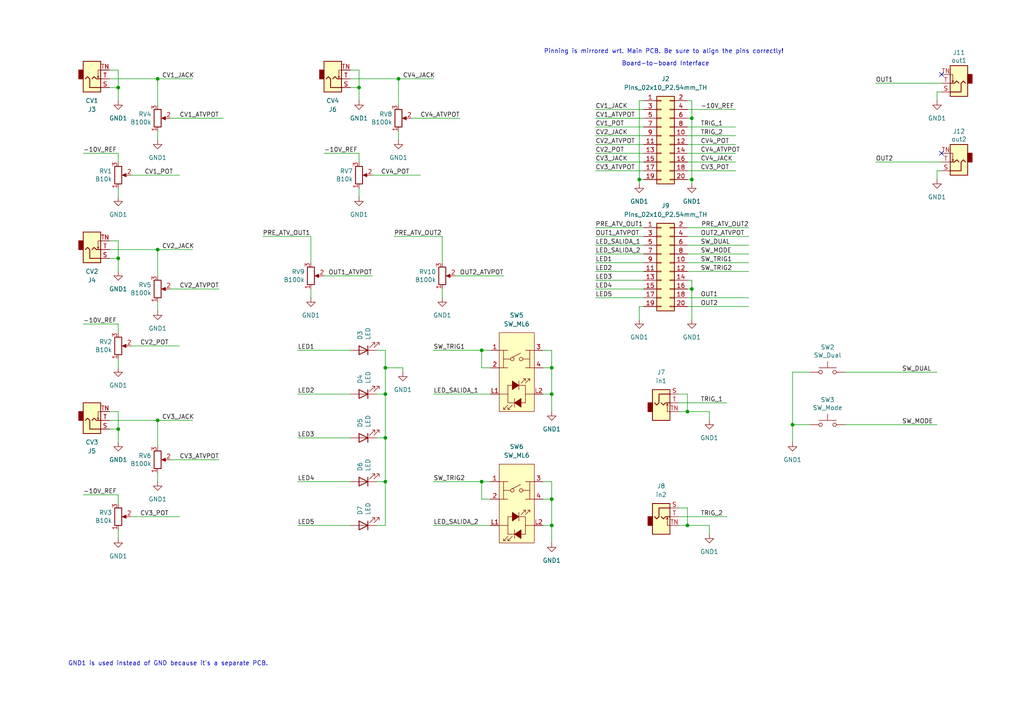
<source format=kicad_sch>
(kicad_sch (version 20231120) (generator "eeschema") (generator_version "8.0")
  (paper "A4")
  (title_block (title "Front PCB") (date "2024-09-14") (rev "v0.1") (company "Sluisbrinkie"))
  (lib_symbols
    (symbol "Connector_Audio:AudioJack2_SwitchT"
      (property "Reference" "J" (at 0 8.89 0))
      (property "Value" "AudioJack2_SwitchT" (at 0 6.35 0))
      (symbol "AudioJack2_SwitchT_0_1"
        (rectangle (start -2.54 0) (end -3.81 -2.54) (stroke (width 0.254)) (fill (type outline)))
        (polyline (pts (xy 1.778 -0.254) (xy 2.032 -0.762)))
        (polyline (pts (xy 0 0) (xy 0.635 -0.635) (xy 1.27 0) (xy 2.54 0)) (stroke (width 0.254)))
        (polyline (pts (xy 2.54 -2.54) (xy 1.778 -2.54) (xy 1.778 -0.254) (xy 1.524 -0.762)))
        (polyline (pts (xy 2.54 2.54) (xy -0.635 2.54) (xy -0.635 0) (xy -1.27 -0.635) (xy -1.905 0)) (stroke (width 0.254)))
        (rectangle (start 2.54 3.81) (end -2.54 -5.08) (stroke (width 0.254)) (fill (type background)))
      )
      (symbol "AudioJack2_SwitchT_1_1"
        (pin passive line (at 5.08 2.54 180) (length 2.54) (name "~") (number "S"))
        (pin passive line (at 5.08 0 180) (length 2.54) (name "~") (number "T"))
        (pin passive line (at 5.08 -2.54 180) (length 2.54) (name "~") (number "TN"))
      )
    )
    (symbol "Device:LED" (pin_numbers hide) (pin_names (offset 1.016) hide)
      (property "Reference" "D" (at 0 2.54 0))
      (property "Value" "LED" (at 0 -2.54 0))
      (symbol "LED_0_1"
        (polyline (pts (xy -1.27 -1.27) (xy -1.27 1.27)) (stroke (width 0.254)))
        (polyline (pts (xy -1.27 0) (xy 1.27 0)))
        (polyline (pts (xy 1.27 -1.27) (xy 1.27 1.27) (xy -1.27 0) (xy 1.27 -1.27)) (stroke (width 0.254)))
        (polyline (pts (xy -3.048 -0.762) (xy -4.572 -2.286) (xy -3.81 -2.286) (xy -4.572 -2.286) (xy -4.572 -1.524)))
        (polyline (pts (xy -1.778 -0.762) (xy -3.302 -2.286) (xy -2.54 -2.286) (xy -3.302 -2.286) (xy -3.302 -1.524)))
      )
      (symbol "LED_1_1"
        (pin passive line (at -3.81 0 0) (length 2.54) (name "K") (number "1"))
        (pin passive line (at 3.81 0 180) (length 2.54) (name "A") (number "2"))
      )
    )
    (symbol "Device:R_Potentiometer" (pin_names (offset 1.016) hide)
      (property "Reference" "RV" (at -4.445 0 90))
      (property "Value" "R_Potentiometer" (at -2.54 0 90))
      (symbol "R_Potentiometer_0_1"
        (polyline (pts (xy 2.54 0) (xy 1.524 0)))
        (polyline (pts (xy 1.143 0) (xy 2.286 0.508) (xy 2.286 -0.508) (xy 1.143 0)) (fill (type outline)))
        (rectangle (start 1.016 2.54) (end -1.016 -2.54) (stroke (width 0.254)))
      )
      (symbol "R_Potentiometer_1_1"
        (pin passive line (at 0 3.81 270) (length 1.27) (name "1") (number "1"))
        (pin passive line (at 3.81 0 180) (length 1.27) (name "2") (number "2"))
        (pin passive line (at 0 -3.81 90) (length 1.27) (name "3") (number "3"))
      )
    )
    (symbol "Library:SW_ML6" (pin_names (offset 1.016) hide)
      (property "Reference" "SW" (at 0 16.256 0))
      (property "Value" "SW_ML6" (at 0 -8.89 0))
      (symbol "SW_ML6_0_0"
        (polyline (pts (xy -5.08 -2.54) (xy -2.54 -2.54)))
        (polyline (pts (xy -5.08 5.08) (xy -2.54 5.08)))
        (polyline (pts (xy -5.08 10.16) (xy -2.54 10.16)))
        (polyline (pts (xy -3.81 -6.985) (xy -2.54 -5.715)))
        (polyline (pts (xy -2.54 -6.985) (xy -1.27 -5.715)))
        (polyline (pts (xy -2.54 -5.08) (xy 2.54 -5.08)))
        (polyline (pts (xy -2.54 0) (xy -2.54 -5.08)))
        (polyline (pts (xy -0.635 -3.81) (xy -0.635 -6.35)))
        (polyline (pts (xy 0.635 1.27) (xy 0.635 -1.27)))
        (polyline (pts (xy 2.54 0) (xy -2.54 0)))
        (polyline (pts (xy 2.54 0) (xy 2.54 -5.08)))
        (polyline (pts (xy 2.54 1.905) (xy 1.27 0.635)))
        (polyline (pts (xy 2.54 5.08) (xy 5.08 5.08)))
        (polyline (pts (xy 2.54 10.16) (xy 5.08 10.16)))
        (polyline (pts (xy 3.81 1.905) (xy 2.54 0.635)))
        (polyline (pts (xy 5.08 -2.54) (xy 2.54 -2.54)))
        (polyline (pts (xy -3.81 -6.35) (xy -3.81 -6.985) (xy -3.175 -6.985)))
        (polyline (pts (xy -2.54 -6.35) (xy -2.54 -6.985) (xy -1.905 -6.985)))
        (polyline (pts (xy 2.54 1.27) (xy 2.54 1.905) (xy 1.905 1.905)))
        (polyline (pts (xy 3.81 1.27) (xy 3.81 1.905) (xy 3.175 1.905)))
        (polyline (pts (xy -0.635 -5.08) (xy 1.27 -3.81) (xy 1.27 -6.35) (xy -0.635 -5.08)) (fill (type outline)))
        (polyline (pts (xy 0.635 0) (xy -1.27 1.27) (xy -1.27 -1.27) (xy 0.635 0)) (fill (type outline)))
      )
      (symbol "SW_ML6_0_1"
        (circle (center -1.27 7.62) (radius 0.508))
        (polyline (pts (xy -3.81 5.08) (xy -3.81 10.16)))
        (polyline (pts (xy 3.81 10.16) (xy 3.81 5.08)))
        (polyline (pts (xy -3.81 7.62) (xy -1.7848 7.6186) (xy -2.54 7.62)))
        (circle (center 1.27 7.62) (radius 0.508))
        (pin passive line (at -7.62 10.16 0) (length 2.54) (name "1") (number "1"))
        (pin passive line (at 7.62 5.08 180) (length 2.54) (name "A") (number "4"))
      )
      (symbol "SW_ML6_1_1"
        (rectangle (start -5.08 15.24) (end 5.08 -7.62) (fill (type background)))
        (polyline (pts (xy -1.2812 8.136) (xy 1.1414 9.3278)))
        (polyline (pts (xy 1.7834 7.6307) (xy 3.8086 7.6293) (xy 3.0534 7.6307)))
        (pin passive line (at -7.62 5.08 0) (length 2.54) (name "2") (number "2"))
        (pin passive line (at 7.62 10.16 180) (length 2.54) (name "3") (number "3"))
        (pin passive line (at -7.62 -2.54 0) (length 2.54) (name "L1") (number "L1"))
        (pin passive line (at 7.62 -2.54 180) (length 2.54) (name "L2") (number "L2"))
      )
    )
    (symbol "PCM_4ms_Connector:Pins_02x10_P1.27mm_TH" (pin_names (offset 1.016) hide)
      (property "Reference" "J" (at 0 13.97 0))
      (property "Value" "Pins_02x10_P1.27mm_TH" (at 0 -15.24 0))
      (symbol "Pins_02x10_P1.27mm_TH_1_1"
        (rectangle (start -2.54 -11.303) (end -1.27 -11.557))
        (rectangle (start -2.54 -8.763) (end -1.27 -9.017))
        (rectangle (start -2.54 -6.223) (end -1.27 -6.477))
        (rectangle (start -2.54 -3.683) (end -1.27 -3.937))
        (rectangle (start -2.54 -1.143) (end -1.27 -1.397))
        (rectangle (start -2.54 1.397) (end -1.27 1.143))
        (rectangle (start -2.54 3.937) (end -1.27 3.683))
        (rectangle (start -2.54 6.477) (end -1.27 6.223))
        (rectangle (start -2.54 9.017) (end -1.27 8.763))
        (rectangle (start -2.54 11.557) (end -1.27 11.303))
        (rectangle (start -2.54 12.7) (end 2.54 -12.7) (stroke (width 0.254)) (fill (type background)))
        (rectangle (start 1.27 -11.303) (end 2.54 -11.557))
        (rectangle (start 1.27 -8.763) (end 2.54 -9.017))
        (rectangle (start 1.27 -6.223) (end 2.54 -6.477))
        (rectangle (start 1.27 -3.683) (end 2.54 -3.937))
        (rectangle (start 1.27 -1.143) (end 2.54 -1.397))
        (rectangle (start 1.27 1.397) (end 2.54 1.143))
        (rectangle (start 1.27 3.937) (end 2.54 3.683))
        (rectangle (start 1.27 6.477) (end 2.54 6.223))
        (rectangle (start 1.27 9.017) (end 2.54 8.763))
        (rectangle (start 1.27 11.557) (end 2.54 11.303))
        (pin passive line (at -6.35 11.43 0) (length 3.81) (name "1") (number "1"))
        (pin passive line (at 6.35 1.27 180) (length 3.81) (name "10") (number "10"))
        (pin passive line (at -6.35 -1.27 0) (length 3.81) (name "11") (number "11"))
        (pin passive line (at 6.35 -1.27 180) (length 3.81) (name "12") (number "12"))
        (pin passive line (at -6.35 -3.81 0) (length 3.81) (name "13") (number "13"))
        (pin passive line (at 6.35 -3.81 180) (length 3.81) (name "14") (number "14"))
        (pin passive line (at -6.35 -6.35 0) (length 3.81) (name "15") (number "15"))
        (pin passive line (at 6.35 -6.35 180) (length 3.81) (name "16") (number "16"))
        (pin passive line (at -6.35 -8.89 0) (length 3.81) (name "17") (number "17"))
        (pin passive line (at 6.35 -8.89 180) (length 3.81) (name "18") (number "18"))
        (pin passive line (at -6.35 -11.43 0) (length 3.81) (name "19") (number "19"))
        (pin passive line (at 6.35 11.43 180) (length 3.81) (name "2") (number "2"))
        (pin passive line (at 6.35 -11.43 180) (length 3.81) (name "20") (number "20"))
        (pin passive line (at -6.35 8.89 0) (length 3.81) (name "3") (number "3"))
        (pin passive line (at 6.35 8.89 180) (length 3.81) (name "4") (number "4"))
        (pin passive line (at -6.35 6.35 0) (length 3.81) (name "5") (number "5"))
        (pin passive line (at 6.35 6.35 180) (length 3.81) (name "6") (number "6"))
        (pin passive line (at -6.35 3.81 0) (length 3.81) (name "7") (number "7"))
        (pin passive line (at 6.35 3.81 180) (length 3.81) (name "8") (number "8"))
        (pin passive line (at -6.35 1.27 0) (length 3.81) (name "9") (number "9"))
      )
    )
    (symbol "Switch:SW_Push" (pin_numbers hide) (pin_names (offset 1.016) hide)
      (property "Reference" "SW" (at 1.27 2.54 0))
      (property "Value" "SW_Push" (at 0 -1.524 0))
      (symbol "SW_Push_0_1"
        (circle (center -2.032 0) (radius 0.508))
        (polyline (pts (xy 0 1.27) (xy 0 3.048)))
        (polyline (pts (xy 2.54 1.27) (xy -2.54 1.27)))
        (circle (center 2.032 0) (radius 0.508))
        (pin passive line (at -5.08 0 0) (length 2.54) (name "1") (number "1"))
        (pin passive line (at 5.08 0 180) (length 2.54) (name "2") (number "2"))
      )
    )
    (symbol "power:GND" (power) (pin_numbers hide) (pin_names (offset 0) hide)
      (property "Value" "GND" (at 0 -3.81 0))
      (symbol "GND_0_1"
        (polyline (pts (xy 0 0) (xy 0 -1.27) (xy 1.27 -1.27) (xy 0 -2.54) (xy -1.27 -1.27) (xy 0 -1.27)))
      )
      (symbol "GND_1_1"
        (pin power_in line (at 0 0 270) (length 0) (name "~") (number "1"))
      )
    )
    (symbol "power:GND1" (power) (pin_numbers hide) (pin_names (offset 0) hide)
      (property "Value" "GND1" (at 0 -3.81 0))
      (symbol "GND1_0_1"
        (polyline (pts (xy 0 0) (xy 0 -1.27) (xy 1.27 -1.27) (xy 0 -2.54) (xy -1.27 -1.27) (xy 0 -1.27)))
      )
      (symbol "GND1_1_1"
        (pin power_in line (at 0 0 270) (length 0) (name "~") (number "1"))
      )
    )
  )
  (junction (at 139.7 101.6))
  (junction (at 34.29 74.93))
  (junction (at 104.14 25.4))
  (junction (at 185.42 52.07))
  (junction (at 199.39 119.38))
  (junction (at 139.7 139.7))
  (junction (at 160.02 144.78))
  (junction (at 34.29 124.46))
  (junction (at 111.76 114.3))
  (junction (at 200.66 83.82))
  (junction (at 200.66 34.29))
  (junction (at 45.72 72.39))
  (junction (at 45.72 121.92))
  (junction (at 111.76 139.7))
  (junction (at 111.76 106.68))
  (junction (at 160.02 114.3))
  (junction (at 160.02 152.4))
  (junction (at 111.76 127))
  (junction (at 229.87 123.19))
  (junction (at 199.39 152.4))
  (junction (at 34.29 25.4))
  (junction (at 115.57 22.86))
  (junction (at 160.02 106.68))
  (junction (at 45.72 22.86))
  (junction (at 200.66 52.07))
  (no_connect (at 273.05 44.45))
  (no_connect (at 273.05 21.59))
  (wire (pts (xy 125.73 152.4) (xy 142.24 152.4)))
  (wire (pts (xy 142.24 106.68) (xy 139.7 106.68)))
  (wire (pts (xy 45.72 22.86) (xy 55.88 22.86)))
  (wire (pts (xy 128.27 68.58) (xy 128.27 76.2)))
  (wire (pts (xy 90.17 83.82) (xy 90.17 86.36)))
  (wire (pts (xy 199.39 44.45) (xy 213.36 44.45)))
  (wire (pts (xy 199.39 81.28) (xy 200.66 81.28)))
  (wire (pts (xy 45.72 121.92) (xy 45.72 129.54)))
  (wire (pts (xy 157.48 144.78) (xy 160.02 144.78)))
  (wire (pts (xy 115.57 22.86) (xy 125.73 22.86)))
  (wire (pts (xy 45.72 22.86) (xy 45.72 30.48)))
  (wire (pts (xy 199.39 114.3) (xy 199.39 119.38)))
  (wire (pts (xy 199.39 78.74) (xy 217.17 78.74)))
  (wire (pts (xy 114.3 68.58) (xy 128.27 68.58)))
  (wire (pts (xy 31.75 25.4) (xy 34.29 25.4)))
  (wire (pts (xy 196.85 149.86) (xy 210.82 149.86)))
  (wire (pts (xy 34.29 69.85) (xy 34.29 74.93)))
  (wire (pts (xy 172.72 66.04) (xy 186.69 66.04)))
  (wire (pts (xy 200.66 83.82) (xy 200.66 81.28)))
  (wire (pts (xy 254 24.13) (xy 273.05 24.13)))
  (wire (pts (xy 172.72 49.53) (xy 186.69 49.53)))
  (wire (pts (xy 24.13 44.45) (xy 34.29 44.45)))
  (wire (pts (xy 199.39 83.82) (xy 200.66 83.82)))
  (wire (pts (xy 185.42 52.07) (xy 186.69 52.07)))
  (wire (pts (xy 34.29 20.32) (xy 34.29 25.4)))
  (wire (pts (xy 229.87 123.19) (xy 229.87 107.95)))
  (wire (pts (xy 109.22 127) (xy 111.76 127)))
  (wire (pts (xy 31.75 74.93) (xy 34.29 74.93)))
  (wire (pts (xy 199.39 41.91) (xy 213.36 41.91)))
  (wire (pts (xy 34.29 104.14) (xy 34.29 106.68)))
  (wire (pts (xy 160.02 119.38) (xy 160.02 114.3)))
  (wire (pts (xy 109.22 152.4) (xy 111.76 152.4)))
  (wire (pts (xy 157.48 114.3) (xy 160.02 114.3)))
  (wire (pts (xy 254 46.99) (xy 273.05 46.99)))
  (wire (pts (xy 199.39 71.12) (xy 217.17 71.12)))
  (wire (pts (xy 271.78 49.53) (xy 273.05 49.53)))
  (wire (pts (xy 199.39 46.99) (xy 213.36 46.99)))
  (wire (pts (xy 200.66 34.29) (xy 199.39 34.29)))
  (wire (pts (xy 199.39 119.38) (xy 205.74 119.38)))
  (wire (pts (xy 111.76 114.3) (xy 111.76 127)))
  (wire (pts (xy 34.29 44.45) (xy 34.29 46.99)))
  (wire (pts (xy 45.72 87.63) (xy 45.72 90.17)))
  (wire (pts (xy 38.1 100.33) (xy 52.07 100.33)))
  (wire (pts (xy 172.72 34.29) (xy 186.69 34.29)))
  (wire (pts (xy 160.02 157.48) (xy 160.02 152.4)))
  (wire (pts (xy 109.22 114.3) (xy 111.76 114.3)))
  (wire (pts (xy 160.02 106.68) (xy 160.02 101.6)))
  (wire (pts (xy 172.72 46.99) (xy 186.69 46.99)))
  (wire (pts (xy 199.39 36.83) (xy 213.36 36.83)))
  (wire (pts (xy 86.36 114.3) (xy 101.6 114.3)))
  (wire (pts (xy 172.72 78.74) (xy 186.69 78.74)))
  (wire (pts (xy 31.75 22.86) (xy 45.72 22.86)))
  (wire (pts (xy 119.38 34.29) (xy 133.35 34.29)))
  (wire (pts (xy 49.53 133.35) (xy 63.5 133.35)))
  (wire (pts (xy 172.72 68.58) (xy 186.69 68.58)))
  (wire (pts (xy 185.42 88.9) (xy 185.42 92.71)))
  (wire (pts (xy 185.42 52.07) (xy 185.42 53.34)))
  (wire (pts (xy 172.72 73.66) (xy 186.69 73.66)))
  (wire (pts (xy 104.14 54.61) (xy 104.14 57.15)))
  (wire (pts (xy 101.6 25.4) (xy 104.14 25.4)))
  (wire (pts (xy 139.7 139.7) (xy 142.24 139.7)))
  (wire (pts (xy 199.39 68.58) (xy 217.17 68.58)))
  (wire (pts (xy 31.75 20.32) (xy 34.29 20.32)))
  (wire (pts (xy 24.13 93.98) (xy 34.29 93.98)))
  (wire (pts (xy 271.78 26.67) (xy 273.05 26.67)))
  (wire (pts (xy 24.13 143.51) (xy 34.29 143.51)))
  (wire (pts (xy 115.57 38.1) (xy 115.57 40.64)))
  (wire (pts (xy 34.29 128.27) (xy 34.29 124.46)))
  (wire (pts (xy 199.39 152.4) (xy 205.74 152.4)))
  (wire (pts (xy 31.75 69.85) (xy 34.29 69.85)))
  (wire (pts (xy 34.29 119.38) (xy 34.29 124.46)))
  (wire (pts (xy 90.17 68.58) (xy 90.17 76.2)))
  (wire (pts (xy 199.39 39.37) (xy 213.36 39.37)))
  (wire (pts (xy 160.02 152.4) (xy 160.02 144.78)))
  (wire (pts (xy 139.7 106.68) (xy 139.7 101.6)))
  (wire (pts (xy 107.95 50.8) (xy 121.92 50.8)))
  (wire (pts (xy 109.22 139.7) (xy 111.76 139.7)))
  (wire (pts (xy 86.36 101.6) (xy 101.6 101.6)))
  (wire (pts (xy 31.75 121.92) (xy 45.72 121.92)))
  (wire (pts (xy 38.1 50.8) (xy 52.07 50.8)))
  (wire (pts (xy 45.72 137.16) (xy 45.72 139.7)))
  (wire (pts (xy 229.87 123.19) (xy 229.87 128.27)))
  (wire (pts (xy 245.11 123.19) (xy 271.78 123.19)))
  (wire (pts (xy 160.02 101.6) (xy 157.48 101.6)))
  (wire (pts (xy 172.72 39.37) (xy 186.69 39.37)))
  (wire (pts (xy 34.29 143.51) (xy 34.29 146.05)))
  (wire (pts (xy 172.72 36.83) (xy 186.69 36.83)))
  (wire (pts (xy 271.78 29.21) (xy 271.78 26.67)))
  (wire (pts (xy 199.39 66.04) (xy 217.17 66.04)))
  (wire (pts (xy 245.11 107.95) (xy 271.78 107.95)))
  (wire (pts (xy 86.36 139.7) (xy 101.6 139.7)))
  (wire (pts (xy 104.14 20.32) (xy 104.14 25.4)))
  (wire (pts (xy 172.72 44.45) (xy 186.69 44.45)))
  (wire (pts (xy 104.14 44.45) (xy 104.14 46.99)))
  (wire (pts (xy 172.72 81.28) (xy 186.69 81.28)))
  (wire (pts (xy 31.75 72.39) (xy 45.72 72.39)))
  (wire (pts (xy 200.66 83.82) (xy 200.66 92.71)))
  (wire (pts (xy 101.6 22.86) (xy 115.57 22.86)))
  (wire (pts (xy 86.36 152.4) (xy 101.6 152.4)))
  (wire (pts (xy 185.42 29.21) (xy 185.42 52.07)))
  (wire (pts (xy 172.72 83.82) (xy 186.69 83.82)))
  (wire (pts (xy 31.75 124.46) (xy 34.29 124.46)))
  (wire (pts (xy 49.53 34.29) (xy 64.77 34.29)))
  (wire (pts (xy 34.29 29.21) (xy 34.29 25.4)))
  (wire (pts (xy 115.57 22.86) (xy 115.57 30.48)))
  (wire (pts (xy 139.7 101.6) (xy 142.24 101.6)))
  (wire (pts (xy 196.85 114.3) (xy 199.39 114.3)))
  (wire (pts (xy 128.27 83.82) (xy 128.27 86.36)))
  (wire (pts (xy 199.39 29.21) (xy 200.66 29.21)))
  (wire (pts (xy 160.02 139.7) (xy 157.48 139.7)))
  (wire (pts (xy 160.02 114.3) (xy 160.02 106.68)))
  (wire (pts (xy 172.72 76.2) (xy 186.69 76.2)))
  (wire (pts (xy 76.2 68.58) (xy 90.17 68.58)))
  (wire (pts (xy 93.98 80.01) (xy 107.95 80.01)))
  (wire (pts (xy 31.75 119.38) (xy 34.29 119.38)))
  (wire (pts (xy 205.74 119.38) (xy 205.74 121.92)))
  (wire (pts (xy 111.76 106.68) (xy 111.76 114.3)))
  (wire (pts (xy 125.73 139.7) (xy 139.7 139.7)))
  (wire (pts (xy 34.29 153.67) (xy 34.29 156.21)))
  (wire (pts (xy 116.84 107.95) (xy 116.84 106.68)))
  (wire (pts (xy 196.85 152.4) (xy 199.39 152.4)))
  (wire (pts (xy 139.7 144.78) (xy 139.7 139.7)))
  (wire (pts (xy 196.85 116.84) (xy 210.82 116.84)))
  (wire (pts (xy 86.36 127) (xy 101.6 127)))
  (wire (pts (xy 157.48 106.68) (xy 160.02 106.68)))
  (wire (pts (xy 205.74 152.4) (xy 205.74 154.94)))
  (wire (pts (xy 111.76 106.68) (xy 116.84 106.68)))
  (wire (pts (xy 199.39 73.66) (xy 217.17 73.66)))
  (wire (pts (xy 111.76 127) (xy 111.76 139.7)))
  (wire (pts (xy 160.02 144.78) (xy 160.02 139.7)))
  (wire (pts (xy 186.69 29.21) (xy 185.42 29.21)))
  (wire (pts (xy 157.48 152.4) (xy 160.02 152.4)))
  (wire (pts (xy 111.76 101.6) (xy 109.22 101.6)))
  (wire (pts (xy 45.72 121.92) (xy 55.88 121.92)))
  (wire (pts (xy 49.53 83.82) (xy 63.5 83.82)))
  (wire (pts (xy 196.85 119.38) (xy 199.39 119.38)))
  (wire (pts (xy 234.95 123.19) (xy 229.87 123.19)))
  (wire (pts (xy 125.73 114.3) (xy 142.24 114.3)))
  (wire (pts (xy 111.76 152.4) (xy 111.76 139.7)))
  (wire (pts (xy 200.66 29.21) (xy 200.66 34.29)))
  (wire (pts (xy 172.72 71.12) (xy 186.69 71.12)))
  (wire (pts (xy 45.72 72.39) (xy 45.72 80.01)))
  (wire (pts (xy 132.08 80.01) (xy 146.05 80.01)))
  (wire (pts (xy 200.66 52.07) (xy 200.66 34.29)))
  (wire (pts (xy 142.24 144.78) (xy 139.7 144.78)))
  (wire (pts (xy 45.72 72.39) (xy 55.88 72.39)))
  (wire (pts (xy 199.39 86.36) (xy 217.17 86.36)))
  (wire (pts (xy 125.73 101.6) (xy 139.7 101.6)))
  (wire (pts (xy 172.72 31.75) (xy 186.69 31.75)))
  (wire (pts (xy 185.42 88.9) (xy 186.69 88.9)))
  (wire (pts (xy 101.6 20.32) (xy 104.14 20.32)))
  (wire (pts (xy 234.95 107.95) (xy 229.87 107.95)))
  (wire (pts (xy 111.76 106.68) (xy 111.76 101.6)))
  (wire (pts (xy 271.78 52.07) (xy 271.78 49.53)))
  (wire (pts (xy 199.39 52.07) (xy 200.66 52.07)))
  (wire (pts (xy 199.39 31.75) (xy 213.36 31.75)))
  (wire (pts (xy 199.39 88.9) (xy 217.17 88.9)))
  (wire (pts (xy 104.14 29.21) (xy 104.14 25.4)))
  (wire (pts (xy 172.72 86.36) (xy 186.69 86.36)))
  (wire (pts (xy 199.39 49.53) (xy 213.36 49.53)))
  (wire (pts (xy 34.29 78.74) (xy 34.29 74.93)))
  (wire (pts (xy 199.39 76.2) (xy 217.17 76.2)))
  (wire (pts (xy 199.39 147.32) (xy 199.39 152.4)))
  (wire (pts (xy 196.85 147.32) (xy 199.39 147.32)))
  (wire (pts (xy 45.72 38.1) (xy 45.72 40.64)))
  (wire (pts (xy 38.1 149.86) (xy 52.07 149.86)))
  (wire (pts (xy 172.72 41.91) (xy 186.69 41.91)))
  (wire (pts (xy 200.66 53.34) (xy 200.66 52.07)))
  (wire (pts (xy 34.29 54.61) (xy 34.29 57.15)))
  (wire (pts (xy 93.98 44.45) (xy 104.14 44.45)))
  (wire (pts (xy 34.29 93.98) (xy 34.29 96.52)))
  (text "Pinning is mirrored wrt. Main PCB. Be sure to align the pins correctly!" (at 192.532 14.986 0) (effects (font (size 1.27 1.27))))
  (text "Board-to-board Interface\n" (at 193.04 18.542 0) (effects (font (size 1.27 1.27) (thickness 0.1588))))
  (text "GND1 is used instead of GND because it's a separate PCB." (at 48.768 192.532 0) (effects (font (size 1.27 1.27))))
  (label "CV3_ATVPOT" (at 52.07 133.35 0))
  (label "LED4" (at 86.36 139.7 0))
  (label "CV4_ATVPOT" (at 121.92 34.29 0))
  (label "CV3_ATVPOT" (at 172.72 49.53 0))
  (label "CV4_POT" (at 110.49 50.8 0))
  (label "LED5" (at 172.72 86.36 0))
  (label "CV1_ATVPOT" (at 172.72 34.29 0))
  (label "TRIG_1" (at 203.2 36.83 0))
  (label "PRE_ATV_OUT2" (at 217.17 66.04 180))
  (label "-10V_REF" (at 24.13 44.45 0))
  (label "LED1" (at 172.72 76.2 0))
  (label "CV1_POT" (at 41.91 50.8 0))
  (label "LED3" (at 172.72 81.28 0))
  (label "CV2_ATVPOT" (at 172.72 41.91 0))
  (label "CV2_ATVPOT" (at 52.07 83.82 0))
  (label "TRIG_2" (at 203.2 149.86 0))
  (label "CV1_POT" (at 172.72 36.83 0))
  (label "SW_TRIG2" (at 125.73 139.7 0))
  (label "LED5" (at 86.36 152.4 0))
  (label "CV3_JACK" (at 46.99 121.92 0))
  (label "OUT2_ATVPOT" (at 203.2 68.58 0))
  (label "SW_TRIG1" (at 203.2 76.2 0))
  (label "OUT1" (at 254 24.13 0))
  (label "LED3" (at 86.36 127 0))
  (label "CV2_JACK" (at 46.99 72.39 0))
  (label "OUT2" (at 203.2 88.9 0))
  (label "PRE_ATV_OUT1" (at 172.72 66.04 0))
  (label "LED_SALIDA_2" (at 125.73 152.4 0))
  (label "CV1_ATVPOT" (at 52.07 34.29 0))
  (label "LED4" (at 172.72 83.82 0))
  (label "LED_SALIDA_2" (at 172.72 73.66 0))
  (label "-10V_REF" (at 203.2 31.75 0))
  (label "OUT2_ATVPOT" (at 146.05 80.01 180))
  (label "LED2" (at 86.36 114.3 0))
  (label "-10V_REF" (at 93.98 44.45 0))
  (label "OUT2" (at 254 46.99 0))
  (label "LED1" (at 86.36 101.6 0))
  (label "LED_SALIDA_1" (at 172.72 71.12 0))
  (label "LED_SALIDA_1" (at 125.73 114.3 0))
  (label "OUT1_ATVPOT" (at 172.72 68.58 0))
  (label "SW_DUAL" (at 203.2 71.12 0))
  (label "PRE_ATV_OUT1" (at 76.2 68.58 0))
  (label "SW_TRIG1" (at 125.73 101.6 0))
  (label "-10V_REF" (at 24.13 143.51 0))
  (label "OUT1_ATVPOT" (at 107.95 80.01 180))
  (label "CV3_POT" (at 203.2 49.53 0))
  (label "SW_TRIG2" (at 203.2 78.74 0))
  (label "CV2_POT" (at 40.64 100.33 0))
  (label "CV4_JACK" (at 116.84 22.86 0))
  (label "CV4_POT" (at 203.2 41.91 0))
  (label "SW_MODE" (at 203.2 73.66 0))
  (label "CV2_POT" (at 172.72 44.45 0))
  (label "SW_DUAL" (at 261.62 107.95 0))
  (label "PRE_ATV_OUT2" (at 114.3 68.58 0))
  (label "TRIG_2" (at 203.2 39.37 0))
  (label "SW_MODE" (at 261.62 123.19 0))
  (label "CV1_JACK" (at 172.72 31.75 0))
  (label "TRIG_1" (at 203.2 116.84 0))
  (label "CV4_ATVPOT" (at 203.2 44.45 0))
  (label "CV2_JACK" (at 172.72 39.37 0))
  (label "CV3_JACK" (at 172.72 46.99 0))
  (label "OUT1" (at 203.2 86.36 0))
  (label "CV3_POT" (at 40.64 149.86 0))
  (label "CV4_JACK" (at 203.2 46.99 0))
  (label "CV1_JACK" (at 46.99 22.86 0))
  (label "-10V_REF" (at 24.13 93.98 0))
  (label "LED2" (at 172.72 78.74 0))
  (symbol (lib_id "power:GND1") (at 271.78 29.21 0) (unit 1)
    (property "Reference" "#PWR023" (effects (hide yes)))
    (property "Value" "GND1" (at 271.78 34.29 0))
    (property "Description" "Power symbol creates a global label with name \"GND1\" , ground" (effects (hide yes)))
  )
  (symbol (lib_id "Device:LED") (at 105.41 127 180) (unit 1)
    (property "Reference" "D5" (at 104.4194 124.0028 90) (effects (justify right)))
    (property "Value" "LED" (at 106.7308 124.0028 90) (effects (justify right)))
    (property "Footprint" "LED_THT:LED_D3.0mm" (effects (hide yes)))
  )
  (symbol (lib_id "Device:LED") (at 105.41 114.3 180) (unit 1)
    (property "Reference" "D4" (at 104.4194 111.3028 90) (effects (justify right)))
    (property "Value" "LED" (at 106.7308 111.3028 90) (effects (justify right)))
    (property "Footprint" "LED_THT:LED_D3.0mm" (effects (hide yes)))
  )
  (symbol (lib_id "Library:SW_ML6") (at 149.86 111.76 0) (unit 1)
    (property "Reference" "SW5" (at 149.86 91.44 0))
    (property "Value" "SW_ML6" (at 149.86 93.98 0))
    (property "Footprint" "Library:ML6-H2T2GQA" (effects (hide yes)))
  )
  (symbol (lib_id "Switch:SW_Push") (at 240.03 107.95 0) (mirror y) (unit 1)
    (property "Reference" "SW2" (at 240.03 100.711 0))
    (property "Value" "SW_Dual" (at 240.03 103.0224 0))
    (property "Footprint" "Button_Switch_THT:SW_PUSH_6mm_H13mm" (effects (hide yes)))
  )
  (symbol (lib_id "power:GND1") (at 34.29 128.27 0) (unit 1)
    (property "Reference" "#PWR08" (effects (hide yes)))
    (property "Value" "GND1" (at 34.29 133.35 0))
    (property "Description" "Power symbol creates a global label with name \"GND1\" , ground" (effects (hide yes)))
  )
  (symbol (lib_id "power:GND1") (at 45.72 139.7 0) (unit 1)
    (property "Reference" "#PWR012" (effects (hide yes)))
    (property "Value" "GND1" (at 45.72 144.78 0))
    (property "Description" "Power symbol creates a global label with name \"GND1\" , ground" (effects (hide yes)))
  )
  (symbol (lib_id "power:GND") (at 200.66 53.34 0) (unit 1)
    (property "Reference" "#PWR021" (effects (hide yes)))
    (property "Value" "GND1" (at 200.66 58.42 0))
    (property "Description" "Power symbol creates a global label with name \"GND\" , ground" (effects (hide yes)))
  )
  (symbol (lib_id "power:GND1") (at 104.14 29.21 0) (unit 1)
    (property "Reference" "#PWR013" (effects (hide yes)))
    (property "Value" "GND1" (at 104.14 34.29 0))
    (property "Description" "Power symbol creates a global label with name \"GND1\" , ground" (effects (hide yes)))
  )
  (symbol (lib_id "power:GND1") (at 229.87 128.27 0) (unit 1)
    (property "Reference" "#PWR022" (effects (hide yes)))
    (property "Value" "GND1" (at 229.87 133.35 0))
    (property "Description" "Power symbol creates a global label with name \"GND1\" , ground" (effects (hide yes)))
  )
  (symbol (lib_id "PCM_4ms_Connector:Pins_02x10_P1.27mm_TH") (at 193.04 77.47 0) (unit 1)
    (property "Reference" "J9" (at 193.04 59.69 0))
    (property "Value" "Pins_02x10_P2.54mm_TH" (at 193.04 62.23 0))
    (property "Footprint" "Connector_PinSocket_2.54mm:PinSocket_2x10_P2.54mm_Vertical" (effects (hide yes)))
    (property "Description" "Header 2x10 Pins, Pitch=2.54mm, Pin Height=3mm, Vertical, TH" (effects (hide yes)))
    (property "Specifications" "Header 2x10 Pins, Pitch=2.54mm, Pin Height=3mm, Vertical, TH" (effects (hide yes)))
  )
  (symbol (lib_id "power:GND1") (at 90.17 86.36 0) (unit 1)
    (property "Reference" "#PWR090" (effects (hide yes)))
    (property "Value" "GND1" (at 90.17 91.44 0))
    (property "Description" "Power symbol creates a global label with name \"GND1\" , ground" (effects (hide yes)))
  )
  (symbol (lib_id "power:GND1") (at 34.29 78.74 0) (unit 1)
    (property "Reference" "#PWR06" (effects (hide yes)))
    (property "Value" "GND1" (at 34.29 83.82 0))
    (property "Description" "Power symbol creates a global label with name \"GND1\" , ground" (effects (hide yes)))
  )
  (symbol (lib_id "power:GND1") (at 34.29 106.68 0) (unit 1)
    (property "Reference" "#PWR07" (effects (hide yes)))
    (property "Value" "GND1" (at 34.29 111.76 0))
    (property "Description" "Power symbol creates a global label with name \"GND1\" , ground" (effects (hide yes)))
  )
  (symbol (lib_id "power:GND1") (at 160.02 119.38 0) (unit 1)
    (property "Reference" "#PWR080" (effects (hide yes)))
    (property "Value" "GND1" (at 160.02 124.46 0))
    (property "Description" "Power symbol creates a global label with name \"GND1\" , ground" (effects (hide yes)))
  )
  (symbol (lib_id "power:GND1") (at 34.29 57.15 0) (unit 1)
    (property "Reference" "#PWR05" (effects (hide yes)))
    (property "Value" "GND1" (at 34.29 62.23 0))
    (property "Description" "Power symbol creates a global label with name \"GND1\" , ground" (effects (hide yes)))
  )
  (symbol (lib_id "Device:LED") (at 105.41 139.7 180) (unit 1)
    (property "Reference" "D6" (at 104.4194 136.7028 90) (effects (justify right)))
    (property "Value" "LED" (at 106.7308 136.7028 90) (effects (justify right)))
    (property "Footprint" "LED_THT:LED_D3.0mm" (effects (hide yes)))
  )
  (symbol (lib_id "Device:R_Potentiometer") (at 34.29 149.86 0) (mirror x) (unit 1)
    (property "Reference" "RV3" (at 32.512 148.6916 0) (effects (justify right)))
    (property "Value" "B10k" (at 32.512 151.003 0) (effects (justify right)))
    (property "Footprint" "Library:Potentiometer_Alps_RK09K_Single_Vertical_DSHAFT" (effects (hide yes)))
  )
  (symbol (lib_id "Connector_Audio:AudioJack2_SwitchT") (at 96.52 22.86 0) (mirror x) (unit 1)
    (property "Reference" "J6" (at 96.52 31.75 0))
    (property "Value" "CV4" (at 96.52 29.21 0))
    (property "Footprint" "Library:Jack_3.5mm_QingPu_WQP-PJ398SM_Vertical_CircularHoles_3D" (effects (hide yes)))
  )
  (symbol (lib_id "Device:R_Potentiometer") (at 128.27 80.01 0) (mirror x) (unit 1)
    (property "Reference" "RV10" (at 126.492 78.8416 0) (effects (justify right)))
    (property "Value" "B100k" (at 126.492 81.153 0) (effects (justify right)))
    (property "Footprint" "Library:Potentiometer_Alps_RK09K_Single_Vertical" (effects (hide yes)))
  )
  (symbol (lib_id "PCM_4ms_Connector:Pins_02x10_P1.27mm_TH") (at 193.04 40.64 0) (unit 1)
    (property "Reference" "J2" (at 193.04 22.86 0))
    (property "Value" "Pins_02x10_P2.54mm_TH" (at 193.04 25.4 0))
    (property "Footprint" "Connector_PinSocket_2.54mm:PinSocket_2x10_P2.54mm_Vertical" (effects (hide yes)))
    (property "Description" "Header 2x10 Pins, Pitch=2.54mm, Pin Height=3mm, Vertical, TH" (effects (hide yes)))
    (property "Specifications" "Header 2x10 Pins, Pitch=2.54mm, Pin Height=3mm, Vertical, TH" (effects (hide yes)))
  )
  (symbol (lib_id "power:GND1") (at 128.27 86.36 0) (unit 1)
    (property "Reference" "#PWR091" (effects (hide yes)))
    (property "Value" "GND1" (at 128.27 91.44 0))
    (property "Description" "Power symbol creates a global label with name \"GND1\" , ground" (effects (hide yes)))
  )
  (symbol (lib_id "power:GND1") (at 205.74 154.94 0) (unit 1)
    (property "Reference" "#PWR019" (effects (hide yes)))
    (property "Value" "GND1" (at 205.74 160.02 0))
    (property "Description" "Power symbol creates a global label with name \"GND1\" , ground" (effects (hide yes)))
  )
  (symbol (lib_id "Connector_Audio:AudioJack2_SwitchT") (at 26.67 22.86 0) (mirror x) (unit 1)
    (property "Reference" "J3" (at 26.67 31.75 0))
    (property "Value" "CV1" (at 26.67 29.21 0))
    (property "Footprint" "Library:Jack_3.5mm_QingPu_WQP-PJ398SM_Vertical_CircularHoles_3D" (effects (hide yes)))
  )
  (symbol (lib_id "Connector_Audio:AudioJack2_SwitchT") (at 278.13 46.99 180) (unit 1)
    (property "Reference" "J12" (at 278.13 38.1 0))
    (property "Value" "out2" (at 278.13 40.386 0))
    (property "Footprint" "Library:Jack_3.5mm_QingPu_WQP-PJ398SM_Vertical_CircularHoles_3D" (effects (hide yes)))
  )
  (symbol (lib_id "power:GND1") (at 45.72 90.17 0) (unit 1)
    (property "Reference" "#PWR011" (effects (hide yes)))
    (property "Value" "GND1" (at 45.72 95.25 0))
    (property "Description" "Power symbol creates a global label with name \"GND1\" , ground" (effects (hide yes)))
  )
  (symbol (lib_id "power:GND1") (at 116.84 107.95 0) (unit 1)
    (property "Reference" "#PWR016" (effects (hide yes)))
    (property "Value" "GND1" (at 116.84 113.03 0))
    (property "Description" "Power symbol creates a global label with name \"GND1\" , ground" (effects (hide yes)))
  )
  (symbol (lib_id "power:GND1") (at 34.29 29.21 0) (unit 1)
    (property "Reference" "#PWR04" (effects (hide yes)))
    (property "Value" "GND1" (at 34.29 34.29 0))
    (property "Description" "Power symbol creates a global label with name \"GND1\" , ground" (effects (hide yes)))
  )
  (symbol (lib_id "Device:R_Potentiometer") (at 45.72 83.82 0) (mirror x) (unit 1)
    (property "Reference" "RV5" (at 43.942 82.6516 0) (effects (justify right)))
    (property "Value" "B100k" (at 43.942 84.963 0) (effects (justify right)))
    (property "Footprint" "Library:Potentiometer_Alps_RK09K_Single_Vertical" (effects (hide yes)))
  )
  (symbol (lib_id "Connector_Audio:AudioJack2_SwitchT") (at 191.77 149.86 0) (unit 1)
    (property "Reference" "J8" (at 191.77 140.97 0))
    (property "Value" "in2" (at 191.77 143.51 0))
    (property "Footprint" "Library:Jack_3.5mm_QingPu_WQP-PJ398SM_Vertical_CircularHoles_3D" (effects (hide yes)))
  )
  (symbol (lib_id "power:GND1") (at 104.14 57.15 0) (unit 1)
    (property "Reference" "#PWR014" (effects (hide yes)))
    (property "Value" "GND1" (at 104.14 62.23 0))
    (property "Description" "Power symbol creates a global label with name \"GND1\" , ground" (effects (hide yes)))
  )
  (symbol (lib_id "Device:R_Potentiometer") (at 34.29 50.8 0) (mirror x) (unit 1)
    (property "Reference" "RV1" (at 32.512 49.6316 0) (effects (justify right)))
    (property "Value" "B10k" (at 32.512 51.943 0) (effects (justify right)))
    (property "Footprint" "Library:Potentiometer_Alps_RK09K_Single_Vertical_DSHAFT" (effects (hide yes)))
  )
  (symbol (lib_id "Switch:SW_Push") (at 240.03 123.19 0) (mirror y) (unit 1)
    (property "Reference" "SW3" (at 240.03 115.951 0))
    (property "Value" "SW_Mode" (at 240.03 118.2624 0))
    (property "Footprint" "Button_Switch_THT:SW_PUSH_6mm_H13mm" (effects (hide yes)))
  )
  (symbol (lib_id "Device:R_Potentiometer") (at 34.29 100.33 0) (mirror x) (unit 1)
    (property "Reference" "RV2" (at 32.512 99.1616 0) (effects (justify right)))
    (property "Value" "B10k" (at 32.512 101.473 0) (effects (justify right)))
    (property "Footprint" "Library:Potentiometer_Alps_RK09K_Single_Vertical_DSHAFT" (effects (hide yes)))
  )
  (symbol (lib_id "power:GND") (at 185.42 92.71 0) (unit 1)
    (property "Reference" "#PWR020" (effects (hide yes)))
    (property "Value" "GND1" (at 185.42 97.79 0))
    (property "Description" "Power symbol creates a global label with name \"GND\" , ground" (effects (hide yes)))
  )
  (symbol (lib_id "Device:R_Potentiometer") (at 90.17 80.01 0) (mirror x) (unit 1)
    (property "Reference" "RV9" (at 88.392 78.8416 0) (effects (justify right)))
    (property "Value" "B100k" (at 88.392 81.153 0) (effects (justify right)))
    (property "Footprint" "Library:Potentiometer_Alps_RK09K_Single_Vertical" (effects (hide yes)))
  )
  (symbol (lib_id "power:GND1") (at 34.29 156.21 0) (unit 1)
    (property "Reference" "#PWR09" (effects (hide yes)))
    (property "Value" "GND1" (at 34.29 161.29 0))
    (property "Description" "Power symbol creates a global label with name \"GND1\" , ground" (effects (hide yes)))
  )
  (symbol (lib_id "Device:R_Potentiometer") (at 45.72 133.35 0) (mirror x) (unit 1)
    (property "Reference" "RV6" (at 43.942 132.1816 0) (effects (justify right)))
    (property "Value" "B100k" (at 43.942 134.493 0) (effects (justify right)))
    (property "Footprint" "Library:Potentiometer_Alps_RK09K_Single_Vertical" (effects (hide yes)))
  )
  (symbol (lib_id "Connector_Audio:AudioJack2_SwitchT") (at 191.77 116.84 0) (unit 1)
    (property "Reference" "J7" (at 191.77 107.95 0))
    (property "Value" "in1" (at 191.77 110.49 0))
    (property "Footprint" "Library:Jack_3.5mm_QingPu_WQP-PJ398SM_Vertical_CircularHoles_3D" (effects (hide yes)))
  )
  (symbol (lib_id "power:GND1") (at 205.74 121.92 0) (unit 1)
    (property "Reference" "#PWR018" (effects (hide yes)))
    (property "Value" "GND1" (at 205.74 127 0))
    (property "Description" "Power symbol creates a global label with name \"GND1\" , ground" (effects (hide yes)))
  )
  (symbol (lib_id "Device:R_Potentiometer") (at 45.72 34.29 0) (mirror x) (unit 1)
    (property "Reference" "RV4" (at 43.942 33.1216 0) (effects (justify right)))
    (property "Value" "B100k" (at 43.942 35.433 0) (effects (justify right)))
    (property "Footprint" "Library:Potentiometer_Alps_RK09K_Single_Vertical" (effects (hide yes)))
  )
  (symbol (lib_id "Device:LED") (at 105.41 101.6 180) (unit 1)
    (property "Reference" "D3" (at 104.4194 98.6028 90) (effects (justify right)))
    (property "Value" "LED" (at 106.7308 98.6028 90) (effects (justify right)))
    (property "Footprint" "LED_THT:LED_D3.0mm" (effects (hide yes)))
  )
  (symbol (lib_id "Connector_Audio:AudioJack2_SwitchT") (at 26.67 121.92 0) (mirror x) (unit 1)
    (property "Reference" "J5" (at 26.67 130.81 0))
    (property "Value" "CV3" (at 26.67 128.27 0))
    (property "Footprint" "Library:Jack_3.5mm_QingPu_WQP-PJ398SM_Vertical_CircularHoles_3D" (effects (hide yes)))
  )
  (symbol (lib_id "Device:R_Potentiometer") (at 104.14 50.8 0) (mirror x) (unit 1)
    (property "Reference" "RV7" (at 102.362 49.6316 0) (effects (justify right)))
    (property "Value" "B10k" (at 102.362 51.943 0) (effects (justify right)))
    (property "Footprint" "Library:Potentiometer_Alps_RK09K_Single_Vertical_DSHAFT" (effects (hide yes)))
  )
  (symbol (lib_id "power:GND1") (at 160.02 157.48 0) (unit 1)
    (property "Reference" "#PWR081" (effects (hide yes)))
    (property "Value" "GND1" (at 160.02 162.56 0))
    (property "Description" "Power symbol creates a global label with name \"GND1\" , ground" (effects (hide yes)))
  )
  (symbol (lib_id "Device:LED") (at 105.41 152.4 180) (unit 1)
    (property "Reference" "D7" (at 104.4194 149.4028 90) (effects (justify right)))
    (property "Value" "LED" (at 106.7308 149.4028 90) (effects (justify right)))
    (property "Footprint" "LED_THT:LED_D3.0mm" (effects (hide yes)))
  )
  (symbol (lib_id "Connector_Audio:AudioJack2_SwitchT") (at 278.13 24.13 180) (unit 1)
    (property "Reference" "J11" (at 278.13 15.24 0))
    (property "Value" "out1" (at 278.13 17.526 0))
    (property "Footprint" "Library:Jack_3.5mm_QingPu_WQP-PJ398SM_Vertical_CircularHoles_3D" (effects (hide yes)))
  )
  (symbol (lib_id "power:GND") (at 185.42 53.34 0) (unit 1)
    (property "Reference" "#PWR017" (effects (hide yes)))
    (property "Value" "GND1" (at 185.42 58.42 0))
    (property "Description" "Power symbol creates a global label with name \"GND\" , ground" (effects (hide yes)))
  )
  (symbol (lib_id "power:GND1") (at 271.78 52.07 0) (unit 1)
    (property "Reference" "#PWR024" (effects (hide yes)))
    (property "Value" "GND1" (at 271.78 57.15 0))
    (property "Description" "Power symbol creates a global label with name \"GND1\" , ground" (effects (hide yes)))
  )
  (symbol (lib_id "Device:R_Potentiometer") (at 115.57 34.29 0) (mirror x) (unit 1)
    (property "Reference" "RV8" (at 113.792 33.1216 0) (effects (justify right)))
    (property "Value" "B100k" (at 113.792 35.433 0) (effects (justify right)))
    (property "Footprint" "Library:Potentiometer_Alps_RK09K_Single_Vertical" (effects (hide yes)))
  )
  (symbol (lib_id "power:GND1") (at 45.72 40.64 0) (unit 1)
    (property "Reference" "#PWR010" (effects (hide yes)))
    (property "Value" "GND1" (at 45.72 45.72 0))
    (property "Description" "Power symbol creates a global label with name \"GND1\" , ground" (effects (hide yes)))
  )
  (symbol (lib_id "power:GND") (at 200.66 92.71 0) (unit 1)
    (property "Reference" "#PWR089" (effects (hide yes)))
    (property "Value" "GND1" (at 200.66 97.79 0))
    (property "Description" "Power symbol creates a global label with name \"GND\" , ground" (effects (hide yes)))
  )
  (symbol (lib_id "power:GND1") (at 115.57 40.64 0) (unit 1)
    (property "Reference" "#PWR015" (effects (hide yes)))
    (property "Value" "GND1" (at 115.57 45.72 0))
    (property "Description" "Power symbol creates a global label with name \"GND1\" , ground" (effects (hide yes)))
  )
  (symbol (lib_id "Connector_Audio:AudioJack2_SwitchT") (at 26.67 72.39 0) (mirror x) (unit 1)
    (property "Reference" "J4" (at 26.67 81.28 0))
    (property "Value" "CV2" (at 26.67 78.74 0))
    (property "Footprint" "Library:Jack_3.5mm_QingPu_WQP-PJ398SM_Vertical_CircularHoles_3D" (effects (hide yes)))
  )
  (symbol (lib_id "Library:SW_ML6") (at 149.86 149.86 0) (unit 1)
    (property "Reference" "SW6" (at 149.86 129.54 0))
    (property "Value" "SW_ML6" (at 149.86 132.08 0))
    (property "Footprint" "Library:ML6-H2T2GQA" (effects (hide yes)))
  )
)
</source>
